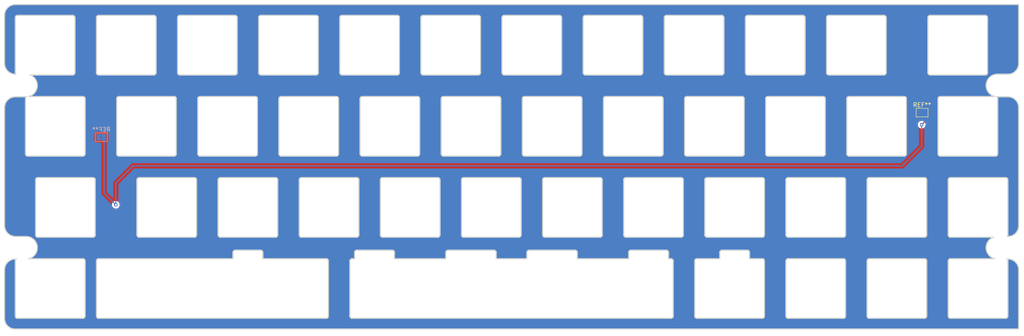
<source format=kicad_pcb>
(kicad_pcb (version 20241229) (generator "pcbnew") (generator_version "9.0")
  (layers (0 "F.Cu" signal) (2 "B.Cu" signal) (13 "F.Paste" user) (15 "B.Paste" user) (5 "F.SilkS" user "F.Silkscreen") (7 "B.SilkS" user "B.Silkscreen") (1 "F.Mask" user) (3 "B.Mask" user) (25 "Edge.Cuts" user))
  (net 0 "")
  (footprint "Jumper:SolderJumper-2_P1.3mm_Bridged2Bar_Pad1.0x1.5mm" (layer "F.Cu") (at 239.725 87.7)
    (property "Reference" "REF**" (at 0 -1.8 0) (layer "F.SilkS"))
    (property "Value" "SolderJumper-2_P1.3mm_Bridged2Bar_Pad1.0x1.5mm")
    (fp_poly (pts (xy -0.25 -0.6) (xy 0.25 -0.6) (xy 0.25 -0.2) (xy -0.25 -0.2)) (fill yes) (layer "F.Cu"))
    (fp_poly (pts (xy -0.25 0.2) (xy 0.25 0.2) (xy 0.25 0.6) (xy -0.25 0.6)) (fill yes) (layer "F.Cu"))
    (fp_line (start -1.4 -1) (end 1.4 -1) (stroke (width 0.12)) (layer "F.SilkS"))
    (fp_line (start -1.4 1) (end -1.4 -1) (stroke (width 0.12)) (layer "F.SilkS"))
    (fp_line (start 1.4 -1) (end 1.4 1) (stroke (width 0.12)) (layer "F.SilkS"))
    (fp_line (start 1.4 1) (end -1.4 1) (stroke (width 0.12)) (layer "F.SilkS"))
    (pad "1" smd rect (at -0.65 0) (size 1 1.5) (layers "F.Cu" "F.Mask"))
    (pad "2" smd rect (at 0.65 0) (size 1 1.5) (layers "F.Cu" "F.Mask"))
  )
  (footprint "Jumper:SolderJumper-2_P1.3mm_Bridged2Bar_Pad1.0x1.5mm" (layer "B.Cu") (at 47 93.475 180)
    (property "Reference" "REF**" (at 0 1.8 0) (layer "B.SilkS") (effects (justify mirror)))
    (property "Value" "SolderJumper-2_P1.3mm_Bridged2Bar_Pad1.0x1.5mm")
    (fp_poly (pts (xy -0.25 0.6) (xy 0.25 0.6) (xy 0.25 0.2) (xy -0.25 0.2)) (fill yes) (layer "B.Cu"))
    (fp_poly (pts (xy -0.25 -0.2) (xy 0.25 -0.2) (xy 0.25 -0.6) (xy -0.25 -0.6)) (fill yes) (layer "B.Cu"))
    (fp_line (start 1.4 1) (end 1.4 -1) (stroke (width 0.12)) (layer "B.SilkS"))
    (fp_line (start 1.4 -1) (end -1.4 -1) (stroke (width 0.12)) (layer "B.SilkS"))
    (fp_line (start -1.4 1) (end 1.4 1) (stroke (width 0.12)) (layer "B.SilkS"))
    (fp_line (start -1.4 -1) (end -1.4 1) (stroke (width 0.12)) (layer "B.SilkS"))
    (pad "1" smd rect (at -0.65 0 180) (size 1 1.5) (layers "B.Cu" "B.Mask"))
    (pad "2" smd rect (at 0.65 0 180) (size 1 1.5) (layers "B.Cu" "B.Mask"))
  )
  (gr_arc (start 69.36875 116.45) (mid 69.222303 116.803553) (end 68.86875 116.95) (stroke (width 0.25)) (layer "Edge.Cuts"))
  (gr_arc (start 197.45625 83.9) (mid 197.809803 84.046447) (end 197.95625 84.4) (stroke (width 0.25)) (layer "Edge.Cuts"))
  (gr_line (start 26.79375 122.5) (end 26.79375 135.5) (stroke (width 0.25)) (layer "Edge.Cuts"))
  (gr_line (start 88.70625 84.4) (end 88.70625 97.4) (stroke (width 0.25)) (layer "Edge.Cuts"))
  (gr_line (start 241.60625 64.85) (end 254.60625 64.85) (stroke (width 0.25)) (layer "Edge.Cuts"))
  (gr_arc (start 221.768749 135.5) (mid 221.622303 135.853553) (end 221.26875 135.999999) (stroke (width 0.25)) (layer "Edge.Cuts"))
  (gr_line (start 192.21875 122) (end 192.21875 120.5) (stroke (width 0.25)) (layer "Edge.Cuts"))
  (gr_arc (start 165.40625 97.900001) (mid 165.052696 97.753554) (end 164.906249 97.4) (stroke (width 0.25)) (layer "Edge.Cuts"))
  (gr_arc (start 217.29375 65.35) (mid 217.440197 64.996447) (end 217.79375 64.85) (stroke (width 0.25)) (layer "Edge.Cuts"))
  (gr_arc (start 45.05625 102.95) (mid 45.409803 103.096447) (end 45.55625 103.45) (stroke (width 0.25)) (layer "Edge.Cuts"))
  (gr_arc (start 43.175 135.5) (mid 43.028553 135.853553) (end 42.675 136) (stroke (width 0.25)) (layer "Edge.Cuts"))
  (gr_line (start 181.2875 122.5) (end 181.2875 135.5) (stroke (width 0.25)) (layer "Edge.Cuts"))
  (gr_arc (start 40.293749 64.849999) (mid 40.647303 64.996446) (end 40.79375 65.35) (stroke (width 0.25)) (layer "Edge.Cuts"))
  (gr_line (start 203.50625 83.9) (end 216.50625 83.9) (stroke (width 0.25)) (layer "Edge.Cuts"))
  (gr_line (start 139.71925 122) (end 146.94325 122) (stroke (width 0.25)) (layer "Edge.Cuts"))
  (gr_line (start 186.8375 136) (end 202.21875 136) (stroke (width 0.25)) (layer "Edge.Cuts"))
  (gr_arc (start 64.60625 97.4) (mid 64.459803 97.753553) (end 64.10625 97.9) (stroke (width 0.25)) (layer "Edge.Cuts"))
  (gr_line (start 27.29375 136) (end 42.675 136) (stroke (width 0.25)) (layer "Edge.Cuts"))
  (gr_line (start 107.46875 103.45) (end 107.46875 116.45) (stroke (width 0.25)) (layer "Edge.Cuts"))
  (gr_line (start 113.01875 116.95) (end 126.01875 116.95) (stroke (width 0.25)) (layer "Edge.Cuts"))
  (gr_arc (start 32.05625 116.95) (mid 31.702697 116.803553) (end 31.55625 116.45) (stroke (width 0.25)) (layer "Edge.Cuts"))
  (gr_arc (start 216.50625 83.9) (mid 216.859803 84.046447) (end 217.00625 84.4) (stroke (width 0.25)) (layer "Edge.Cuts"))
  (gr_line (start 146.94325 122) (end 146.94325 120.5) (stroke (width 0.25)) (layer "Edge.Cuts"))
  (gr_line (start 202.71875 122.5) (end 202.71875 135.5) (stroke (width 0.25)) (layer "Edge.Cuts"))
  (gr_arc (start 226.81875 103.45) (mid 226.965197 103.096447) (end 227.31875 102.95) (stroke (width 0.25)) (layer "Edge.Cuts"))
  (gr_line (start 32.05625 102.95) (end 45.05625 102.95) (stroke (width 0.25)) (layer "Edge.Cuts"))
  (gr_line (start 29.675 97.9) (end 42.675 97.9) (stroke (width 0.25)) (layer "Edge.Cuts"))
  (gr_arc (start 212.24375 78.349999) (mid 212.097303 78.703552) (end 211.74375 78.849999) (stroke (width 0.25)) (layer "Edge.Cuts"))
  (gr_arc (start 65.39375 78.849999) (mid 65.040197 78.703552) (end 64.89375 78.349999) (stroke (width 0.25)) (layer "Edge.Cuts"))
  (gr_line (start 26.81875 116.775) (end 29.31875 116.775) (stroke (width 0.25)) (layer "Edge.Cuts"))
  (gr_line (start 145.85625 84.4) (end 145.85625 97.4) (stroke (width 0.25)) (layer "Edge.Cuts"))
  (gr_line (start 158.269249 120) (end 147.44325 120) (stroke (width 0.25)) (layer "Edge.Cuts"))
  (gr_arc (start 30.265785 78.85) (mid 31.963411 81.493125) (end 29.944749 83.9) (stroke (width 0.25)) (layer "Edge.Cuts"))
  (gr_line (start 46.34375 122) (end 77.91875 122) (stroke (width 0.25)) (layer "Edge.Cuts"))
  (gr_line (start 136.04375 65.35) (end 136.04375 78.349999) (stroke (width 0.25)) (layer "Edge.Cuts"))
  (gr_line (start 217.79375 64.85) (end 230.79375 64.85) (stroke (width 0.25)) (layer "Edge.Cuts"))
  (gr_line (start 259.91875 122.075) (end 259.632141 122.075) (stroke (width 0.25)) (layer "Edge.Cuts"))
  (gr_arc (start 183.668749 116.45) (mid 183.522303 116.803553) (end 183.16875 116.949999) (stroke (width 0.25)) (layer "Edge.Cuts"))
  (gr_line (start 27.29375 64.85) (end 40.293749 64.85) (stroke (width 0.25)) (layer "Edge.Cuts"))
  (gr_arc (start 29.31875 116.775001) (mid 31.949932 119.109762) (end 29.944749 121.999999) (stroke (width 0.25)) (layer "Edge.Cuts"))
  (gr_line (start 227.31875 116.95) (end 240.31875 116.95) (stroke (width 0.25)) (layer "Edge.Cuts"))
  (gr_arc (start 222.056249 84.4) (mid 222.202696 84.046446) (end 222.55625 83.899999) (stroke (width 0.25)) (layer "Edge.Cuts"))
  (gr_line (start 179.69375 64.85) (end 192.69375 64.85) (stroke (width 0.25)) (layer "Edge.Cuts"))
  (gr_line (start 26.81875 83.975) (end 29.31875 83.975) (stroke (width 0.25)) (layer "Edge.Cuts"))
  (gr_arc (start 83.15625 83.9) (mid 83.509803 84.046447) (end 83.65625 84.4) (stroke (width 0.25)) (layer "Edge.Cuts"))
  (gr_arc (start 112.51875 103.45) (mid 112.665197 103.096447) (end 113.01875 102.95) (stroke (width 0.25)) (layer "Edge.Cuts"))
  (gr_arc (start 26.81875 78.675) (mid 25.015628 77.928122) (end 24.26875 76.125) (stroke (width 0.25)) (layer "Edge.Cuts"))
  (gr_line (start 179.19375 65.35) (end 179.19375 78.349999) (stroke (width 0.25)) (layer "Edge.Cuts"))
  (gr_line (start 207.76875 103.45) (end 207.76875 116.45) (stroke (width 0.25)) (layer "Edge.Cuts"))
  (gr_line (start 46.34375 64.85) (end 59.34375 64.85) (stroke (width 0.25)) (layer "Edge.Cuts"))
  (gr_line (start 70.15625 97.9) (end 83.15625 97.9) (stroke (width 0.25)) (layer "Edge.Cuts"))
  (gr_arc (start 88.706249 84.4) (mid 88.852696 84.046446) (end 89.20625 83.899999) (stroke (width 0.25)) (layer "Edge.Cuts"))
  (gr_arc (start 88.41875 116.45) (mid 88.272303 116.803553) (end 87.91875 116.95) (stroke (width 0.25)) (layer "Edge.Cuts"))
  (gr_line (start 140.80625 84.4) (end 140.80625 97.4) (stroke (width 0.25)) (layer "Edge.Cuts"))
  (gr_arc (start 141.59375 78.85) (mid 141.240196 78.703553) (end 141.093749 78.349999) (stroke (width 0.25)) (layer "Edge.Cuts"))
  (gr_line (start 93.96875 102.95) (end 106.96875 102.95) (stroke (width 0.25)) (layer "Edge.Cuts"))
  (gr_arc (start 240.818749 116.45) (mid 240.672303 116.803553) (end 240.31875 116.949999) (stroke (width 0.25)) (layer "Edge.Cuts"))
  (gr_arc (start 240.31875 122.000001) (mid 240.672303 122.146447) (end 240.818749 122.5) (stroke (width 0.25)) (layer "Edge.Cuts"))
  (gr_arc (start 208.26875 136) (mid 207.915197 135.853553) (end 207.76875 135.5) (stroke (width 0.25)) (layer "Edge.Cuts"))
  (gr_line (start 217.29375 65.35) (end 217.29375 78.349999) (stroke (width 0.25)) (layer "Edge.Cuts"))
  (gr_arc (start 169.66875 103.45) (mid 169.815197 103.096447) (end 170.16875 102.95) (stroke (width 0.25)) (layer "Edge.Cuts"))
  (gr_arc (start 227.31875 136.000001) (mid 226.965196 135.853554) (end 226.818749 135.5) (stroke (width 0.25)) (layer "Edge.Cuts"))
  (gr_arc (start 42.675 122) (mid 43.028553 122.146447) (end 43.175 122.5) (stroke (width 0.25)) (layer "Edge.Cuts"))
  (gr_arc (start 257.4875 97.4) (mid 257.341053 97.753553) (end 256.9875 97.9) (stroke (width 0.25)) (layer "Edge.Cuts"))
  (gr_arc (start 136.043751 78.349999) (mid 135.897304 78.703553) (end 135.54375 78.85) (stroke (width 0.25)) (layer "Edge.Cuts"))
  (gr_arc (start 84.41875 120) (mid 84.772303 120.146447) (end 84.91875 120.5) (stroke (width 0.25)) (layer "Edge.Cuts"))
  (gr_line (start 55.86875 116.95) (end 68.86875 116.95) (stroke (width 0.25)) (layer "Edge.Cuts"))
  (gr_line (start 40.793749 65.35) (end 40.793749 78.349999) (stroke (width 0.25)) (layer "Edge.Cuts"))
  (gr_line (start 222.55625 83.9) (end 235.55625 83.9) (stroke (width 0.25)) (layer "Edge.Cuts"))
  (gr_arc (start 202.718749 116.45) (mid 202.572303 116.803553) (end 202.21875 116.949999) (stroke (width 0.25)) (layer "Edge.Cuts"))
  (gr_line (start 145.56875 103.45) (end 145.56875 116.45) (stroke (width 0.25)) (layer "Edge.Cuts"))
  (gr_line (start 45.84375 122.5) (end 45.84375 135.5) (stroke (width 0.25)) (layer "Edge.Cuts"))
  (gr_line (start 217.00625 84.4) (end 217.00625 97.4) (stroke (width 0.25)) (layer "Edge.Cuts"))
  (gr_arc (start 160.14375 65.35) (mid 160.290197 64.996447) (end 160.64375 64.85) (stroke (width 0.25)) (layer "Edge.Cuts"))
  (gr_arc (start 179.19375 65.35) (mid 179.340197 64.996447) (end 179.69375 64.85) (stroke (width 0.25)) (layer "Edge.Cuts"))
  (gr_line (start 121.75625 84.4) (end 121.75625 97.4) (stroke (width 0.25)) (layer "Edge.Cuts"))
  (gr_line (start 199.21875 122) (end 202.21875 122) (stroke (width 0.25)) (layer "Edge.Cuts"))
  (gr_arc (start 113.01875 116.95) (mid 112.665197 116.803553) (end 112.51875 116.45) (stroke (width 0.25)) (layer "Edge.Cuts"))
  (gr_line (start 88.41875 103.45) (end 88.41875 116.45) (stroke (width 0.25)) (layer "Edge.Cuts"))
  (gr_arc (start 235.55625 83.9) (mid 235.909803 84.046447) (end 236.05625 84.4) (stroke (width 0.25)) (layer "Edge.Cuts"))
  (gr_arc (start 102.20625 83.9) (mid 102.559803 84.046447) (end 102.70625 84.4) (stroke (width 0.25)) (layer "Edge.Cuts"))
  (gr_arc (start 240.818749 135.5) (mid 240.672303 135.853553) (end 240.31875 135.999999) (stroke (width 0.25)) (layer "Edge.Cuts"))
  (gr_line (start 158.76925 122) (end 170.81925 122) (stroke (width 0.25)) (layer "Edge.Cuts"))
  (gr_arc (start 203.50625 97.900001) (mid 203.152696 97.753554) (end 203.006249 97.4) (stroke (width 0.25)) (layer "Edge.Cuts"))
  (gr_line (start 146.35625 83.9) (end 159.35625 83.9) (stroke (width 0.25)) (layer "Edge.Cuts"))
  (gr_arc (start 259.91875 83.975) (mid 261.615813 84.646582) (end 262.39375 86.297599) (stroke (width 0.25)) (layer "Edge.Cuts"))
  (gr_line (start 77.91875 122) (end 77.91875 120.5) (stroke (width 0.25)) (layer "Edge.Cuts"))
  (gr_line (start 243.9875 83.9) (end 256.79275 83.9) (stroke (width 0.25)) (layer "Edge.Cuts"))
  (gr_arc (start 74.41875 103.45) (mid 74.565197 103.096447) (end 74.91875 102.95) (stroke (width 0.25)) (layer "Edge.Cuts"))
  (gr_line (start 29.944749 122) (end 42.675 122) (stroke (width 0.25)) (layer "Edge.Cuts"))
  (gr_line (start 170.81925 122) (end 170.81925 120.5) (stroke (width 0.25)) (layer "Edge.Cuts"))
  (gr_arc (start 145.856249 84.4) (mid 146.002696 84.046446) (end 146.35625 83.899999) (stroke (width 0.25)) (layer "Edge.Cuts"))
  (gr_line (start 83.65625 84.4) (end 83.65625 97.4) (stroke (width 0.25)) (layer "Edge.Cuts"))
  (gr_line (start 188.71875 103.45) (end 188.71875 116.45) (stroke (width 0.25)) (layer "Edge.Cuts"))
  (gr_arc (start 29.675 97.900001) (mid 29.321446 97.753554) (end 29.174999 97.4) (stroke (width 0.25)) (layer "Edge.Cuts"))
  (gr_arc (start 164.618749 116.45) (mid 164.472303 116.803553) (end 164.11875 116.949999) (stroke (width 0.25)) (layer "Edge.Cuts"))
  (gr_arc (start 29.414416 83.973272) (mid 29.366591 83.974567) (end 29.31875 83.974999) (stroke (width 0.25)) (layer "Edge.Cuts"))
  (gr_arc (start 236.05625 97.4) (mid 235.909803 97.753553) (end 235.55625 97.9) (stroke (width 0.25)) (layer "Edge.Cuts"))
  (gr_arc (start 202.21875 102.950001) (mid 202.572303 103.096447) (end 202.718749 103.45) (stroke (width 0.25)) (layer "Edge.Cuts"))
  (gr_line (start 64.60625 84.4) (end 64.60625 97.4) (stroke (width 0.25)) (layer "Edge.Cuts"))
  (gr_arc (start 158.269249 120) (mid 158.622802 120.146447) (end 158.769249 120.5) (stroke (width 0.25)) (layer "Edge.Cuts"))
  (gr_line (start 132.06875 116.95) (end 145.06875 116.95) (stroke (width 0.25)) (layer "Edge.Cuts"))
  (gr_arc (start 186.8375 136.000001) (mid 186.483946 135.853554) (end 186.337499 135.5) (stroke (width 0.25)) (layer "Edge.Cuts"))
  (gr_line (start 179.7005 120) (end 171.31925 120) (stroke (width 0.25)) (layer "Edge.Cuts"))
  (gr_line (start 26.81875 122.075) (end 27.030358 122.075) (stroke (width 0.25)) (layer "Edge.Cuts"))
  (gr_line (start 180.2005 122) (end 180.2005 120.5) (stroke (width 0.25)) (layer "Edge.Cuts"))
  (gr_line (start 199.21875 122) (end 199.21875 120.5) (stroke (width 0.25)) (layer "Edge.Cuts"))
  (gr_arc (start 45.55625 116.45) (mid 45.409803 116.803553) (end 45.05625 116.95) (stroke (width 0.25)) (layer "Edge.Cuts"))
  (gr_arc (start 100.325 135.5) (mid 100.178553 135.853553) (end 99.825 136) (stroke (width 0.25)) (layer "Edge.Cuts"))
  (gr_arc (start 181.2875 135.5) (mid 181.141053 135.853553) (end 180.7875 136) (stroke (width 0.25)) (layer "Edge.Cuts"))
  (gr_arc (start 259.91875 122.075) (mid 261.615813 122.746582) (end 262.39375 124.397599) (stroke (width 0.25)) (layer "Edge.Cuts"))
  (gr_arc (start 26.913782 78.675) (mid 26.824716 78.523228) (end 26.793749 78.349999) (stroke (width 0.25)) (layer "Edge.Cuts"))
  (gr_arc (start 59.843751 78.349999) (mid 59.697304 78.703553) (end 59.34375 78.85) (stroke (width 0.25)) (layer "Edge.Cuts"))
  (gr_line (start 113.01875 102.95) (end 126.01875 102.95) (stroke (width 0.25)) (layer "Edge.Cuts"))
  (gr_arc (start 178.90625 97.4) (mid 178.759803 97.753553) (end 178.40625 97.9) (stroke (width 0.25)) (layer "Edge.Cuts"))
  (gr_line (start 45.84375 65.35) (end 45.84375 78.349999) (stroke (width 0.25)) (layer "Edge.Cuts"))
  (gr_arc (start 122.54375 78.85) (mid 122.190196 78.703553) (end 122.043749 78.349999) (stroke (width 0.25)) (layer "Edge.Cuts"))
  (gr_arc (start 259.36875 102.950001) (mid 259.722303 103.096447) (end 259.868749 103.45) (stroke (width 0.25)) (layer "Edge.Cuts"))
  (gr_line (start 112.51875 103.45) (end 112.51875 116.45) (stroke (width 0.25)) (layer "Edge.Cuts"))
  (gr_line (start 69.36875 103.45) (end 69.36875 116.45) (stroke (width 0.25)) (layer "Edge.Cuts"))
  (gr_arc (start 180.7875 122) (mid 181.141053 122.146447) (end 181.2875 122.5) (stroke (width 0.25)) (layer "Edge.Cuts"))
  (gr_arc (start 116.993751 78.349999) (mid 116.847304 78.703553) (end 116.49375 78.85) (stroke (width 0.25)) (layer "Edge.Cuts"))
  (gr_line (start 74.91875 102.95) (end 87.91875 102.95) (stroke (width 0.25)) (layer "Edge.Cuts"))
  (gr_line (start 46.34375 136) (end 99.825 136) (stroke (width 0.25)) (layer "Edge.Cuts"))
  (gr_line (start 127.30625 83.9) (end 140.30625 83.9) (stroke (width 0.25)) (layer "Edge.Cuts"))
  (gr_arc (start 126.806249 84.4) (mid 126.952696 84.046446) (end 127.30625 83.899999) (stroke (width 0.25)) (layer "Edge.Cuts"))
  (gr_arc (start 183.16875 102.95) (mid 183.522303 103.096447) (end 183.66875 103.45) (stroke (width 0.25)) (layer "Edge.Cuts"))
  (gr_line (start 141.09375 65.35) (end 141.09375 78.349999) (stroke (width 0.25)) (layer "Edge.Cuts"))
  (gr_arc (start 64.10625 83.9) (mid 64.459803 84.046447) (end 64.60625 84.4) (stroke (width 0.25)) (layer "Edge.Cuts"))
  (gr_line (start 51.10625 83.9) (end 64.10625 83.9) (stroke (width 0.25)) (layer "Edge.Cuts"))
  (gr_arc (start 93.46875 103.45) (mid 93.615197 103.096447) (end 93.96875 102.95) (stroke (width 0.25)) (layer "Edge.Cuts"))
  (gr_line (start 105.375 122.5) (end 105.375 135.5) (stroke (width 0.25)) (layer "Edge.Cuts"))
  (gr_arc (start 189.21875 116.95) (mid 188.865197 116.803553) (end 188.71875 116.45) (stroke (width 0.25)) (layer "Edge.Cuts"))
  (gr_arc (start 27.29375 136.000001) (mid 26.940196 135.853554) (end 26.793749 135.5) (stroke (width 0.25)) (layer "Edge.Cuts"))
  (gr_arc (start 102.70625 97.4) (mid 102.559803 97.753553) (end 102.20625 97.9) (stroke (width 0.25)) (layer "Edge.Cuts"))
  (gr_line (start 158.76925 122) (end 158.76925 120.5) (stroke (width 0.25)) (layer "Edge.Cuts"))
  (gr_line (start 51.10625 97.9) (end 64.10625 97.9) (stroke (width 0.25)) (layer "Edge.Cuts"))
  (gr_line (start 227.31875 122) (end 240.31875 122) (stroke (width 0.25)) (layer "Edge.Cuts"))
  (gr_line (start 151.11875 102.95) (end 164.11875 102.95) (stroke (width 0.25)) (layer "Edge.Cuts"))
  (gr_line (start 155.093749 65.35) (end 155.093749 78.349999) (stroke (width 0.25)) (layer "Edge.Cuts"))
  (gr_arc (start 202.718749 135.5) (mid 202.572303 135.853553) (end 202.21875 135.999999) (stroke (width 0.25)) (layer "Edge.Cuts"))
  (gr_arc (start 243.9875 97.9) (mid 243.633947 97.753553) (end 243.4875 97.4) (stroke (width 0.25)) (layer "Edge.Cuts"))
  (gr_line (start 89.20625 83.9) (end 102.20625 83.9) (stroke (width 0.25)) (layer "Edge.Cuts"))
  (gr_arc (start 256.792751 83.900001) (mid 254.787566 81.009762) (end 257.41875 78.674999) (stroke (width 0.25)) (layer "Edge.Cuts"))
  (gr_arc (start 160.64375 78.849999) (mid 160.290197 78.703552) (end 160.14375 78.349999) (stroke (width 0.25)) (layer "Edge.Cuts"))
  (gr_line (start 74.91875 116.95) (end 87.91875 116.95) (stroke (width 0.25)) (layer "Edge.Cuts"))
  (gr_arc (start 46.34375 136.000001) (mid 45.990196 135.853554) (end 45.843749 135.5) (stroke (width 0.25)) (layer "Edge.Cuts"))
  (gr_line (start 202.71875 103.45) (end 202.71875 116.45) (stroke (width 0.25)) (layer "Edge.Cuts"))
  (gr_arc (start 262.393749 76.352401) (mid 261.615812 78.003418) (end 259.91875 78.674999) (stroke (width 0.25)) (layer "Edge.Cuts"))
  (gr_arc (start 106.461999 120.5) (mid 106.608446 120.146446) (end 106.962 119.999999) (stroke (width 0.25)) (layer "Edge.Cuts"))
  (gr_line (start 160.64375 78.849999) (end 173.64375 78.849999) (stroke (width 0.25)) (layer "Edge.Cuts"))
  (gr_arc (start 183.956249 84.4) (mid 184.102696 84.046446) (end 184.45625 83.899999) (stroke (width 0.25)) (layer "Edge.Cuts"))
  (gr_line (start 29.944749 83.9) (end 42.675 83.9) (stroke (width 0.25)) (layer "Edge.Cuts"))
  (gr_arc (start 24.268749 124.625) (mid 25.015627 122.821877) (end 26.81875 122.074999) (stroke (width 0.25)) (layer "Edge.Cuts"))
  (gr_arc (start 154.593749 64.85) (mid 154.947302 64.996447) (end 155.093749 65.35) (stroke (width 0.25)) (layer "Edge.Cuts"))
  (gr_arc (start 179.7005 120.000001) (mid 180.054053 120.146447) (end 180.200499 120.5) (stroke (width 0.25)) (layer "Edge.Cuts"))
  (gr_arc (start 50.606249 84.4) (mid 50.752696 84.046446) (end 51.10625 83.899999) (stroke (width 0.25)) (layer "Edge.Cuts"))
  (gr_arc (start 139.21925 120) (mid 139.572803 120.146447) (end 139.71925 120.5) (stroke (width 0.25)) (layer "Edge.Cuts"))
  (gr_line (start 243.4875 84.4) (end 243.4875 97.4) (stroke (width 0.25)) (layer "Edge.Cuts"))
  (gr_line (start 240.81875 122.5) (end 240.81875 135.5) (stroke (width 0.25)) (layer "Edge.Cuts"))
  (gr_line (start 151.11875 116.95) (end 164.11875 116.95) (stroke (width 0.25)) (layer "Edge.Cuts"))
  (gr_line (start 45.55625 103.45) (end 45.55625 116.45) (stroke (width 0.25)) (layer "Edge.Cuts"))
  (gr_line (start 186.8375 122) (end 192.21875 122) (stroke (width 0.25)) (layer "Edge.Cuts"))
  (gr_arc (start 240.31875 102.950001) (mid 240.672303 103.096447) (end 240.818749 103.45) (stroke (width 0.25)) (layer "Edge.Cuts"))
  (gr_line (start 183.95625 84.4) (end 183.95625 97.4) (stroke (width 0.25)) (layer "Edge.Cuts"))
  (gr_arc (start 140.80625 97.4) (mid 140.659803 97.753553) (end 140.30625 97.9) (stroke (width 0.25)) (layer "Edge.Cuts"))
  (gr_line (start 160.64375 64.85) (end 173.64375 64.85) (stroke (width 0.25)) (layer "Edge.Cuts"))
  (gr_arc (start 64.89375 65.35) (mid 65.040197 64.996447) (end 65.39375 64.85) (stroke (width 0.25)) (layer "Edge.Cuts"))
  (gr_line (start 93.96875 116.95) (end 106.96875 116.95) (stroke (width 0.25)) (layer "Edge.Cuts"))
  (gr_line (start 189.21875 116.95) (end 202.21875 116.95) (stroke (width 0.25)) (layer "Edge.Cuts"))
  (gr_line (start 174.14375 65.35) (end 174.14375 78.349999) (stroke (width 0.25)) (layer "Edge.Cuts"))
  (gr_arc (start 126.01875 102.95) (mid 126.372303 103.096447) (end 126.51875 103.45) (stroke (width 0.25)) (layer "Edge.Cuts"))
  (gr_line (start 24.26875 124.625) (end 24.26875 136.025) (stroke (width 0.25)) (layer "Edge.Cuts"))
  (gr_line (start 122.54375 64.85) (end 135.54375 64.85) (stroke (width 0.25)) (layer "Edge.Cuts"))
  (gr_arc (start 97.44375 64.85) (mid 97.797303 64.996447) (end 97.94375 65.35) (stroke (width 0.25)) (layer "Edge.Cuts"))
  (gr_line (start 164.61875 103.45) (end 164.61875 116.45) (stroke (width 0.25)) (layer "Edge.Cuts"))
  (gr_arc (start 245.868749 103.45) (mid 246.015196 103.096446) (end 246.36875 102.949999) (stroke (width 0.25)) (layer "Edge.Cuts"))
  (gr_arc (start 97.943751 78.349999) (mid 97.797304 78.703553) (end 97.44375 78.85) (stroke (width 0.25)) (layer "Edge.Cuts"))
  (gr_arc (start 230.79375 64.85) (mid 231.147303 64.996447) (end 231.29375 65.35) (stroke (width 0.25)) (layer "Edge.Cuts"))
  (gr_arc (start 127.89325 120.5) (mid 128.039697 120.146447) (end 128.39325 120) (stroke (width 0.25)) (layer "Edge.Cuts"))
  (gr_line (start 203.50625 97.9) (end 216.50625 97.9) (stroke (width 0.25)) (layer "Edge.Cuts"))
  (gr_line (start 55.36875 103.45) (end 55.36875 116.45) (stroke (width 0.25)) (layer "Edge.Cuts"))
  (gr_line (start 100.325 122.5) (end 100.325 135.5) (stroke (width 0.25)) (layer "Edge.Cuts"))
  (gr_arc (start 217.00625 97.4) (mid 216.859803 97.753553) (end 216.50625 97.9) (stroke (width 0.25)) (layer "Edge.Cuts"))
  (gr_arc (start 146.943249 120.5) (mid 147.089696 120.146446) (end 147.44325 119.999999) (stroke (width 0.25)) (layer "Edge.Cuts"))
  (gr_arc (start 150.618749 103.45) (mid 150.765196 103.096446) (end 151.11875 102.949999) (stroke (width 0.25)) (layer "Edge.Cuts"))
  (gr_arc (start 121.25625 83.9) (mid 121.609803 84.046447) (end 121.75625 84.4) (stroke (width 0.25)) (layer "Edge.Cuts"))
  (gr_arc (start 146.35625 97.900001) (mid 146.002696 97.753554) (end 145.856249 97.4) (stroke (width 0.25)) (layer "Edge.Cuts"))
  (gr_arc (start 241.106249 65.35) (mid 241.252696 64.996446) (end 241.60625 64.849999) (stroke (width 0.25)) (layer "Edge.Cuts"))
  (gr_line (start 70.15625 83.9) (end 83.15625 83.9) (stroke (width 0.25)) (layer "Edge.Cuts"))
  (gr_arc (start 135.54375 64.85) (mid 135.897303 64.996447) (end 136.04375 65.35) (stroke (width 0.25)) (layer "Edge.Cuts"))
  (gr_line (start 107.75625 84.4) (end 107.75625 97.4) (stroke (width 0.25)) (layer "Edge.Cuts"))
  (gr_line (start 97.94375 65.35) (end 97.94375 78.349999) (stroke (width 0.25)) (layer "Edge.Cuts"))
  (gr_line (start 203.00625 84.4) (end 203.00625 97.4) (stroke (width 0.25)) (layer "Edge.Cuts"))
  (gr_line (start 245.86875 122.5) (end 245.86875 135.5) (stroke (width 0.25)) (layer "Edge.Cuts"))
  (gr_line (start 240.81875 103.45) (end 240.81875 116.45) (stroke (width 0.25)) (layer "Edge.Cuts"))
  (gr_arc (start 106.96875 102.95) (mid 107.322303 103.096447) (end 107.46875 103.45) (stroke (width 0.25)) (layer "Edge.Cuts"))
  (gr_arc (start 26.793749 65.35) (mid 26.940196 64.996446) (end 27.29375 64.849999) (stroke (width 0.25)) (layer "Edge.Cuts"))
  (gr_line (start 116.99375 65.35) (end 116.99375 78.349999) (stroke (width 0.25)) (layer "Edge.Cuts"))
  (gr_arc (start 26.76875 138.525) (mid 25.000983 137.792767) (end 24.26875 136.025) (stroke (width 0.25)) (layer "Edge.Cuts"))
  (gr_line (start 115.34325 120) (end 106.962 120) (stroke (width 0.25)) (layer "Edge.Cuts"))
  (gr_line (start 83.94375 65.35) (end 83.94375 78.349999) (stroke (width 0.25)) (layer "Edge.Cuts"))
  (gr_arc (start 246.36875 116.950001) (mid 246.015196 116.803554) (end 245.868749 116.45) (stroke (width 0.25)) (layer "Edge.Cuts"))
  (gr_line (start 198.24375 65.35) (end 198.24375 78.349999) (stroke (width 0.25)) (layer "Edge.Cuts"))
  (gr_line (start 127.89325 122) (end 127.89325 120.5) (stroke (width 0.25)) (layer "Edge.Cuts"))
  (gr_line (start 231.29375 65.35) (end 231.29375 78.349999) (stroke (width 0.25)) (layer "Edge.Cuts"))
  (gr_arc (start 202.21875 122.000001) (mid 202.572303 122.146447) (end 202.718749 122.5) (stroke (width 0.25)) (layer "Edge.Cuts"))
  (gr_line (start 262.39375 62.325) (end 262.39375 76.3524) (stroke (width 0.25)) (layer "Edge.Cuts"))
  (gr_line (start 84.41875 120) (end 78.41875 120) (stroke (width 0.25)) (layer "Edge.Cuts"))
  (gr_arc (start 231.29375 78.349999) (mid 231.147303 78.703552) (end 230.79375 78.849999) (stroke (width 0.25)) (layer "Edge.Cuts"))
  (gr_line (start 126.80625 84.4) (end 126.80625 97.4) (stroke (width 0.25)) (layer "Edge.Cuts"))
  (gr_line (start 222.55625 97.9) (end 235.55625 97.9) (stroke (width 0.25)) (layer "Edge.Cuts"))
  (gr_arc (start 132.06875 116.95) (mid 131.715197 116.803553) (end 131.56875 116.45) (stroke (width 0.25)) (layer "Edge.Cuts"))
  (gr_line (start 146.35625 97.9) (end 159.35625 97.9) (stroke (width 0.25)) (layer "Edge.Cuts"))
  (gr_arc (start 83.65625 97.4) (mid 83.509803 97.753553) (end 83.15625 97.9) (stroke (width 0.25)) (layer "Edge.Cuts"))
  (gr_arc (start 45.843749 122.5) (mid 45.990196 122.146446) (end 46.34375 121.999999) (stroke (width 0.25)) (layer "Edge.Cuts"))
  (gr_line (start 259.91875 78.675) (end 257.41875 78.675) (stroke (width 0.25)) (layer "Edge.Cuts"))
  (gr_line (start 26.81875 78.675) (end 26.913782 78.675) (stroke (width 0.25)) (layer "Edge.Cuts"))
  (gr_line (start 65.39375 64.85) (end 78.39375 64.85) (stroke (width 0.25)) (layer "Edge.Cuts"))
  (gr_line (start 246.36875 116.95) (end 256.471715 116.95) (stroke (width 0.25)) (layer "Edge.Cuts"))
  (gr_line (start 132.06875 102.95) (end 145.06875 102.95) (stroke (width 0.25)) (layer "Edge.Cuts"))
  (gr_line (start 245.86875 103.45) (end 245.86875 116.45) (stroke (width 0.25)) (layer "Edge.Cuts"))
  (gr_arc (start 198.71875 120.000001) (mid 199.072303 120.146447) (end 199.218749 120.5) (stroke (width 0.25)) (layer "Edge.Cuts"))
  (gr_line (start 246.36875 122) (end 256.79275 122) (stroke (width 0.25)) (layer "Edge.Cuts"))
  (gr_arc (start 115.34325 120) (mid 115.696803 120.146447) (end 115.84325 120.5) (stroke (width 0.25)) (layer "Edge.Cuts"))
  (gr_arc (start 108.25625 97.900001) (mid 107.902696 97.753554) (end 107.756249 97.4) (stroke (width 0.25)) (layer "Edge.Cuts"))
  (gr_line (start 178.90625 84.4) (end 178.90625 97.4) (stroke (width 0.25)) (layer "Edge.Cuts"))
  (gr_line (start 262.39375 86.297599) (end 262.39375 114.4524) (stroke (width 0.25)) (layer "Edge.Cuts"))
  (gr_arc (start 43.175 97.4) (mid 43.028553 97.753553) (end 42.675 97.9) (stroke (width 0.25)) (layer "Edge.Cuts"))
  (gr_arc (start 198.74375 78.849999) (mid 198.390197 78.703552) (end 198.24375 78.349999) (stroke (width 0.25)) (layer "Edge.Cuts"))
  (gr_arc (start 42.675 83.9) (mid 43.028553 84.046447) (end 43.175 84.4) (stroke (width 0.25)) (layer "Edge.Cuts"))
  (gr_arc (start 55.86875 116.950001) (mid 55.515196 116.803554) (end 55.368749 116.45) (stroke (width 0.25)) (layer "Edge.Cuts"))
  (gr_line (start 108.25625 97.9) (end 121.25625 97.9) (stroke (width 0.25)) (layer "Edge.Cuts"))
  (gr_line (start 186.3375 122.5) (end 186.3375 135.5) (stroke (width 0.25)) (layer "Edge.Cuts"))
  (gr_line (start 208.26875 116.95) (end 221.26875 116.95) (stroke (width 0.25)) (layer "Edge.Cuts"))
  (gr_line (start 30.265784 78.849999) (end 40.293749 78.849999) (stroke (width 0.25)) (layer "Edge.Cuts"))
  (gr_arc (start 197.95625 97.4) (mid 197.809803 97.753553) (end 197.45625 97.9) (stroke (width 0.25)) (layer "Edge.Cuts"))
  (gr_line (start 46.34375 78.849999) (end 59.34375 78.849999) (stroke (width 0.25)) (layer "Edge.Cuts"))
  (gr_line (start 105.875 136) (end 180.7875 136) (stroke (width 0.25)) (layer "Edge.Cuts"))
  (gr_line (start 197.95625 84.4) (end 197.95625 97.4) (stroke (width 0.25)) (layer "Edge.Cuts"))
  (gr_arc (start 259.868749 135.5) (mid 259.722303 135.853553) (end 259.36875 135.999999) (stroke (width 0.25)) (layer "Edge.Cuts"))
  (gr_line (start 122.54375 78.849999) (end 135.54375 78.849999) (stroke (width 0.25)) (layer "Edge.Cuts"))
  (gr_line (start 246.36875 136) (end 259.36875 136) (stroke (width 0.25)) (layer "Edge.Cuts"))
  (gr_line (start 141.59375 78.849999) (end 154.593749 78.849999) (stroke (width 0.25)) (layer "Edge.Cuts"))
  (gr_arc (start 24.26875 86.525) (mid 25.015628 84.721878) (end 26.81875 83.975) (stroke (width 0.25)) (layer "Edge.Cuts"))
  (gr_line (start 59.84375 65.35) (end 59.84375 78.349999) (stroke (width 0.25)) (layer "Edge.Cuts"))
  (gr_arc (start 78.89375 78.349999) (mid 78.747303 78.703552) (end 78.39375 78.849999) (stroke (width 0.25)) (layer "Edge.Cuts"))
  (gr_line (start 93.46875 103.45) (end 93.46875 116.45) (stroke (width 0.25)) (layer "Edge.Cuts"))
  (gr_line (start 43.175 84.4) (end 43.175 97.4) (stroke (width 0.25)) (layer "Edge.Cuts"))
  (gr_arc (start 188.71875 103.45) (mid 188.865197 103.096447) (end 189.21875 102.95) (stroke (width 0.25)) (layer "Edge.Cuts"))
  (gr_arc (start 70.15625 97.9) (mid 69.802697 97.753553) (end 69.65625 97.4) (stroke (width 0.25)) (layer "Edge.Cuts"))
  (gr_arc (start 122.043749 65.35) (mid 122.190196 64.996446) (end 122.54375 64.849999) (stroke (width 0.25)) (layer "Edge.Cuts"))
  (gr_line (start 31.55625 103.45) (end 31.55625 116.45) (stroke (width 0.25)) (layer "Edge.Cuts"))
  (gr_arc (start 257.418749 83.974999) (mid 257.329829 83.973507) (end 257.241009 83.969032) (stroke (width 0.25)) (layer "Edge.Cuts"))
  (gr_line (start 221.76875 103.45) (end 221.76875 116.45) (stroke (width 0.25)) (layer "Edge.Cuts"))
  (gr_arc (start 245.868749 122.5) (mid 246.015196 122.146446) (end 246.36875 121.999999) (stroke (width 0.25)) (layer "Edge.Cuts"))
  (gr_line (start 89.20625 97.9) (end 102.20625 97.9) (stroke (width 0.25)) (layer "Edge.Cuts"))
  (gr_arc (start 87.91875 102.950001) (mid 88.272303 103.096447) (end 88.418749 103.45) (stroke (width 0.25)) (layer "Edge.Cuts"))
  (gr_arc (start 46.34375 78.85) (mid 45.990196 78.703553) (end 45.843749 78.349999) (stroke (width 0.25)) (layer "Edge.Cuts"))
  (gr_line (start 170.16875 116.95) (end 183.16875 116.95) (stroke (width 0.25)) (layer "Edge.Cuts"))
  (gr_line (start 184.45625 83.9) (end 197.45625 83.9) (stroke (width 0.25)) (layer "Edge.Cuts"))
  (gr_arc (start 255.106251 78.349999) (mid 254.959804 78.703553) (end 254.60625 78.85) (stroke (width 0.25)) (layer "Edge.Cuts"))
  (gr_line (start 78.89375 65.35) (end 78.89375 78.349999) (stroke (width 0.25)) (layer "Edge.Cuts"))
  (gr_arc (start 40.79375 78.349999) (mid 40.647303 78.703553) (end 40.293749 78.85) (stroke (width 0.25)) (layer "Edge.Cuts"))
  (gr_arc (start 178.40625 83.9) (mid 178.759803 84.046447) (end 178.90625 84.4) (stroke (width 0.25)) (layer "Edge.Cuts"))
  (gr_line (start 26.79375 65.35) (end 26.79375 78.349999) (stroke (width 0.25)) (layer "Edge.Cuts"))
  (gr_arc (start 174.14375 78.349999) (mid 173.997303 78.703552) (end 173.64375 78.849999) (stroke (width 0.25)) (layer "Edge.Cuts"))
  (gr_line (start 108.25625 83.9) (end 121.25625 83.9) (stroke (width 0.25)) (layer "Edge.Cuts"))
  (gr_arc (start 227.31875 116.95) (mid 226.965197 116.803553) (end 226.81875 116.45) (stroke (width 0.25)) (layer "Edge.Cuts"))
  (gr_line (start 150.61875 103.45) (end 150.61875 116.45) (stroke (width 0.25)) (layer "Edge.Cuts"))
  (gr_arc (start 246.36875 136.000001) (mid 246.015196 135.853554) (end 245.868749 135.5) (stroke (width 0.25)) (layer "Edge.Cuts"))
  (gr_arc (start 116.49375 64.85) (mid 116.847303 64.996447) (end 116.99375 65.35) (stroke (width 0.25)) (layer "Edge.Cuts"))
  (gr_arc (start 207.76875 103.45) (mid 207.915197 103.096447) (end 208.26875 102.95) (stroke (width 0.25)) (layer "Edge.Cuts"))
  (gr_line (start 103.49375 64.85) (end 116.49375 64.85) (stroke (width 0.25)) (layer "Edge.Cuts"))
  (gr_line (start 115.84325 122) (end 115.84325 120.5) (stroke (width 0.25)) (layer "Edge.Cuts"))
  (gr_line (start 102.70625 84.4) (end 102.70625 97.4) (stroke (width 0.25)) (layer "Edge.Cuts"))
  (gr_line (start 207.76875 122.5) (end 207.76875 135.5) (stroke (width 0.25)) (layer "Edge.Cuts"))
  (gr_line (start 180.2005 122) (end 180.7875 122) (stroke (width 0.25)) (layer "Edge.Cuts"))
  (gr_arc (start 127.30625 97.9) (mid 126.952697 97.753553) (end 126.80625 97.4) (stroke (width 0.25)) (layer "Edge.Cuts"))
  (gr_arc (start 203.006249 84.4) (mid 203.152696 84.046446) (end 203.50625 83.899999) (stroke (width 0.25)) (layer "Edge.Cuts"))
  (gr_arc (start 208.26875 116.95) (mid 207.915197 116.803553) (end 207.76875 116.45) (stroke (width 0.25)) (layer "Edge.Cuts"))
  (gr_arc (start 257.24101 83.969033) (mid 257.421525 84.151761) (end 257.4875 84.4) (stroke (width 0.25)) (layer "Edge.Cuts"))
  (gr_arc (start 221.768749 116.45) (mid 221.622303 116.803553) (end 221.26875 116.949999) (stroke (width 0.25)) (layer "Edge.Cuts"))
  (gr_arc (start 170.819249 120.5) (mid 170.965696 120.146446) (end 171.31925 119.999999) (stroke (width 0.25)) (layer "Edge.Cuts"))
  (gr_line (start 179.69375 78.849999) (end 192.69375 78.849999) (stroke (width 0.25)) (layer "Edge.Cuts"))
  (gr_arc (start 77.918749 120.5) (mid 78.065196 120.146446) (end 78.41875 119.999999) (stroke (width 0.25)) (layer "Edge.Cuts"))
  (gr_arc (start 221.26875 122.000001) (mid 221.622303 122.146447) (end 221.768749 122.5) (stroke (width 0.25)) (layer "Edge.Cuts"))
  (gr_arc (start 59.34375 64.85) (mid 59.697303 64.996447) (end 59.84375 65.35) (stroke (width 0.25)) (layer "Edge.Cuts"))
  (gr_line (start 126.51875 103.45) (end 126.51875 116.45) (stroke (width 0.25)) (layer "Edge.Cuts"))
  (gr_line (start 184.45625 97.9) (end 197.45625 97.9) (stroke (width 0.25)) (layer "Edge.Cuts"))
  (gr_line (start 84.91875 122) (end 84.91875 120.5) (stroke (width 0.25)) (layer "Edge.Cuts"))
  (gr_arc (start 193.19375 78.349999) (mid 193.047303 78.703552) (end 192.69375 78.849999) (stroke (width 0.25)) (layer "Edge.Cuts"))
  (gr_arc (start 164.11875 102.950001) (mid 164.472303 103.096447) (end 164.618749 103.45) (stroke (width 0.25)) (layer "Edge.Cuts"))
  (gr_line (start 106.462 122) (end 106.462 120.5) (stroke (width 0.25)) (layer "Edge.Cuts"))
  (gr_line (start 221.76875 122.5) (end 221.76875 135.5) (stroke (width 0.25)) (layer "Edge.Cuts"))
  (gr_arc (start 256.792751 122) (mid 254.774089 119.593125) (end 256.471715 116.95) (stroke (width 0.25)) (layer "Edge.Cuts"))
  (gr_line (start 69.65625 84.4) (end 69.65625 97.4) (stroke (width 0.25)) (layer "Edge.Cuts"))
  (gr_arc (start 186.3375 122.5) (mid 186.483947 122.146447) (end 186.8375 122) (stroke (width 0.25)) (layer "Edge.Cuts"))
  (gr_arc (start 74.91875 116.95) (mid 74.565197 116.803553) (end 74.41875 116.45) (stroke (width 0.25)) (layer "Edge.Cuts"))
  (gr_line (start 262.39375 124.397599) (end 262.39375 138.525) (stroke (width 0.25)) (layer "Edge.Cuts"))
  (gr_line (start 257.4875 84.4) (end 257.4875 97.4) (stroke (width 0.25)) (layer "Edge.Cuts"))
  (gr_arc (start 24.26875 64.825) (mid 25.000983 63.057233) (end 26.76875 62.325) (stroke (width 0.25)) (layer "Edge.Cuts"))
  (gr_line (start 208.26875 122) (end 221.26875 122) (stroke (width 0.25)) (layer "Edge.Cuts"))
  (gr_arc (start 107.46875 116.45) (mid 107.322303 116.803553) (end 106.96875 116.95) (stroke (width 0.25)) (layer "Edge.Cuts"))
  (gr_arc (start 140.30625 83.9) (mid 140.659803 84.046447) (end 140.80625 84.4) (stroke (width 0.25)) (layer "Edge.Cuts"))
  (gr_arc (start 173.64375 64.850001) (mid 173.997303 64.996447) (end 174.143749 65.35) (stroke (width 0.25)) (layer "Edge.Cuts"))
  (gr_arc (start 259.632141 122.075001) (mid 259.805611 122.256788) (end 259.868749 122.5) (stroke (width 0.25)) (layer "Edge.Cuts"))
  (gr_line (start 259.86875 122.5) (end 259.86875 135.5) (stroke (width 0.25)) (layer "Edge.Cuts"))
  (gr_line (start 169.66875 103.45) (end 169.66875 116.45) (stroke (width 0.25)) (layer "Edge.Cuts"))
  (gr_line (start 26.76875 138.525) (end 262.39375 138.525) (stroke (width 0.25)) (layer "Edge.Cuts"))
  (gr_arc (start 51.10625 97.900001) (mid 50.752696 97.753554) (end 50.606249 97.4) (stroke (width 0.25)) (layer "Edge.Cuts"))
  (gr_arc (start 170.16875 116.95) (mid 169.815197 116.803553) (end 169.66875 116.45) (stroke (width 0.25)) (layer "Edge.Cuts"))
  (gr_arc (start 131.56875 103.45) (mid 131.715197 103.096447) (end 132.06875 102.95) (stroke (width 0.25)) (layer "Edge.Cuts"))
  (gr_line (start 65.39375 78.849999) (end 78.39375 78.849999) (stroke (width 0.25)) (layer "Edge.Cuts"))
  (gr_arc (start 68.86875 102.95) (mid 69.222303 103.096447) (end 69.36875 103.45) (stroke (width 0.25)) (layer "Edge.Cuts"))
  (gr_arc (start 69.656249 84.4) (mid 69.802696 84.046446) (end 70.15625 83.899999) (stroke (width 0.25)) (layer "Edge.Cuts"))
  (gr_arc (start 145.56875 116.45) (mid 145.422303 116.803553) (end 145.06875 116.95) (stroke (width 0.25)) (layer "Edge.Cuts"))
  (gr_arc (start 126.51875 116.45) (mid 126.372303 116.803553) (end 126.01875 116.95) (stroke (width 0.25)) (layer "Edge.Cuts"))
  (gr_arc (start 192.218749 120.5) (mid 192.365196 120.146446) (end 192.71875 119.999999) (stroke (width 0.25)) (layer "Edge.Cuts"))
  (gr_arc (start 259.868749 116.449999) (mid 259.837782 116.623228) (end 259.748717 116.774999) (stroke (width 0.25)) (layer "Edge.Cuts"))
  (gr_arc (start 254.60625 64.85) (mid 254.959803 64.996447) (end 255.10625 65.35) (stroke (width 0.25)) (layer "Edge.Cuts"))
  (gr_arc (start 222.55625 97.900001) (mid 222.202696 97.753554) (end 222.056249 97.4) (stroke (width 0.25)) (layer "Edge.Cuts"))
  (gr_arc (start 159.35625 83.9) (mid 159.709803 84.046447) (end 159.85625 84.4) (stroke (width 0.25)) (layer "Edge.Cuts"))
  (gr_arc (start 121.75625 97.4) (mid 121.609803 97.753553) (end 121.25625 97.9) (stroke (width 0.25)) (layer "Edge.Cuts"))
  (gr_line (start 122.04375 65.35) (end 122.04375 78.349999) (stroke (width 0.25)) (layer "Edge.Cuts"))
  (gr_line (start 164.90625 84.4) (end 164.90625 97.4) (stroke (width 0.25)) (layer "Edge.Cuts"))
  (gr_line (start 84.91875 122) (end 99.825 122) (stroke (width 0.25)) (layer "Edge.Cuts"))
  (gr_arc (start 84.44375 78.85) (mid 84.090196 78.703553) (end 83.943749 78.349999) (stroke (width 0.25)) (layer "Edge.Cuts"))
  (gr_line (start 241.10625 65.35) (end 241.10625 78.349999) (stroke (width 0.25)) (layer "Edge.Cuts"))
  (gr_arc (start 93.96875 116.95) (mid 93.615197 116.803553) (end 93.46875 116.45) (stroke (width 0.25)) (layer "Edge.Cuts"))
  (gr_line (start 222.05625 84.4) (end 222.05625 97.4) (stroke (width 0.25)) (layer "Edge.Cuts"))
  (gr_line (start 241.60625 78.849999) (end 254.60625 78.849999) (stroke (width 0.25)) (layer "Edge.Cuts"))
  (gr_line (start 131.56875 103.45) (end 131.56875 116.45) (stroke (width 0.25)) (layer "Edge.Cuts"))
  (gr_arc (start 45.843749 65.35) (mid 45.990196 64.996446) (end 46.34375 64.849999) (stroke (width 0.25)) (layer "Edge.Cuts"))
  (gr_line (start 227.31875 102.95) (end 240.31875 102.95) (stroke (width 0.25)) (layer "Edge.Cuts"))
  (gr_arc (start 151.11875 116.95) (mid 150.765197 116.803553) (end 150.61875 116.45) (stroke (width 0.25)) (layer "Edge.Cuts"))
  (gr_arc (start 26.81875 116.775) (mid 25.015628 116.028122) (end 24.26875 114.225) (stroke (width 0.25)) (layer "Edge.Cuts"))
  (gr_arc (start 241.60625 78.85) (mid 241.252696 78.703553) (end 241.106249 78.349999) (stroke (width 0.25)) (layer "Edge.Cuts"))
  (gr_line (start 105.875 122) (end 106.462 122) (stroke (width 0.25)) (layer "Edge.Cuts"))
  (gr_line (start 198.74375 78.849999) (end 211.74375 78.849999) (stroke (width 0.25)) (layer "Edge.Cuts"))
  (gr_line (start 115.84325 122) (end 127.89325 122) (stroke (width 0.25)) (layer "Edge.Cuts"))
  (gr_arc (start 83.943749 65.35) (mid 84.090196 64.996446) (end 84.44375 64.849999) (stroke (width 0.25)) (layer "Edge.Cuts"))
  (gr_line (start 160.14375 65.35) (end 160.14375 78.349999) (stroke (width 0.25)) (layer "Edge.Cuts"))
  (gr_line (start 189.21875 102.95) (end 202.21875 102.95) (stroke (width 0.25)) (layer "Edge.Cuts"))
  (gr_arc (start 29.174999 84.4) (mid 29.238942 84.155349) (end 29.414416 83.973272) (stroke (width 0.25)) (layer "Edge.Cuts"))
  (gr_line (start 255.10625 65.35) (end 255.10625 78.349999) (stroke (width 0.25)) (layer "Edge.Cuts"))
  (gr_arc (start 164.906249 84.4) (mid 165.052696 84.046446) (end 165.40625 83.899999) (stroke (width 0.25)) (layer "Edge.Cuts"))
  (gr_line (start 159.85625 84.4) (end 159.85625 97.4) (stroke (width 0.25)) (layer "Edge.Cuts"))
  (gr_line (start 64.89375 65.35) (end 64.89375 78.349999) (stroke (width 0.25)) (layer "Edge.Cuts"))
  (gr_line (start 32.05625 116.95) (end 45.05625 116.95) (stroke (width 0.25)) (layer "Edge.Cuts"))
  (gr_line (start 29.175 84.4) (end 29.175 97.4) (stroke (width 0.25)) (layer "Edge.Cuts"))
  (gr_line (start 43.175 122.5) (end 43.175 135.5) (stroke (width 0.25)) (layer "Edge.Cuts"))
  (gr_line (start 246.36875 102.95) (end 259.36875 102.95) (stroke (width 0.25)) (layer "Edge.Cuts"))
  (gr_arc (start 26.79375 122.500001) (mid 26.856888 122.256789) (end 27.030358 122.075) (stroke (width 0.25)) (layer "Edge.Cuts"))
  (gr_arc (start 78.39375 64.850001) (mid 78.747303 64.996447) (end 78.893749 65.35) (stroke (width 0.25)) (layer "Edge.Cuts"))
  (gr_arc (start 179.69375 78.849999) (mid 179.340197 78.703552) (end 179.19375 78.349999) (stroke (width 0.25)) (layer "Edge.Cuts"))
  (gr_line (start 102.99375 65.35) (end 102.99375 78.349999) (stroke (width 0.25)) (layer "Edge.Cuts"))
  (gr_arc (start 184.45625 97.900001) (mid 184.102696 97.753554) (end 183.956249 97.4) (stroke (width 0.25)) (layer "Edge.Cuts"))
  (gr_arc (start 145.06875 102.95) (mid 145.422303 103.096447) (end 145.56875 103.45) (stroke (width 0.25)) (layer "Edge.Cuts"))
  (gr_line (start 226.81875 103.45) (end 226.81875 116.45) (stroke (width 0.25)) (layer "Edge.Cuts"))
  (gr_line (start 183.66875 103.45) (end 183.66875 116.45) (stroke (width 0.25)) (layer "Edge.Cuts"))
  (gr_arc (start 226.81875 122.5) (mid 226.965197 122.146447) (end 227.31875 122) (stroke (width 0.25)) (layer "Edge.Cuts"))
  (gr_arc (start 192.69375 64.850001) (mid 193.047303 64.996447) (end 193.193749 65.35) (stroke (width 0.25)) (layer "Edge.Cuts"))
  (gr_arc (start 155.093749 78.349999) (mid 154.947302 78.703552) (end 154.593749 78.849999) (stroke (width 0.25)) (layer "Edge.Cuts"))
  (gr_line (start 226.81875 122.5) (end 226.81875 135.5) (stroke (width 0.25)) (layer "Edge.Cuts"))
  (gr_line (start 84.44375 64.85) (end 97.44375 64.85) (stroke (width 0.25)) (layer "Edge.Cuts"))
  (gr_line (start 259.91875 116.775) (end 259.748717 116.775) (stroke (width 0.25)) (layer "Edge.Cuts"))
  (gr_line (start 227.31875 136) (end 240.31875 136) (stroke (width 0.25)) (layer "Edge.Cuts"))
  (gr_line (start 212.24375 65.35) (end 212.24375 78.349999) (stroke (width 0.25)) (layer "Edge.Cuts"))
  (gr_line (start 139.71925 122) (end 139.71925 120.5) (stroke (width 0.25)) (layer "Edge.Cuts"))
  (gr_arc (start 221.26875 102.950001) (mid 221.622303 103.096447) (end 221.768749 103.45) (stroke (width 0.25)) (layer "Edge.Cuts"))
  (gr_line (start 139.21925 120) (end 128.39325 120) (stroke (width 0.25)) (layer "Edge.Cuts"))
  (gr_line (start 165.40625 97.9) (end 178.40625 97.9) (stroke (width 0.25)) (layer "Edge.Cuts"))
  (gr_arc (start 159.85625 97.4) (mid 159.709803 97.753553) (end 159.35625 97.9) (stroke (width 0.25)) (layer "Edge.Cuts"))
  (gr_line (start 84.44375 78.849999) (end 97.44375 78.849999) (stroke (width 0.25)) (layer "Edge.Cuts"))
  (gr_line (start 243.9875 97.9) (end 256.9875 97.9) (stroke (width 0.25)) (layer "Edge.Cuts"))
  (gr_line (start 208.26875 102.95) (end 221.26875 102.95) (stroke (width 0.25)) (layer "Edge.Cuts"))
  (gr_line (start 259.86875 103.45) (end 259.86875 116.45) (stroke (width 0.25)) (layer "Edge.Cuts"))
  (gr_line (start 74.41875 103.45) (end 74.41875 116.45) (stroke (width 0.25)) (layer "Edge.Cuts"))
  (gr_arc (start 55.368749 103.45) (mid 55.515196 103.096446) (end 55.86875 102.949999) (stroke (width 0.25)) (layer "Edge.Cuts"))
  (gr_arc (start 207.76875 122.5) (mid 207.915197 122.146447) (end 208.26875 122) (stroke (width 0.25)) (layer "Edge.Cuts"))
  (gr_line (start 127.30625 97.9) (end 140.30625 97.9) (stroke (width 0.25)) (layer "Edge.Cuts"))
  (gr_arc (start 141.09375 65.35) (mid 141.240197 64.996447) (end 141.59375 64.85) (stroke (width 0.25)) (layer "Edge.Cuts"))
  (gr_arc (start 198.24375 65.35) (mid 198.390197 64.996447) (end 198.74375 64.85) (stroke (width 0.25)) (layer "Edge.Cuts"))
  (gr_arc (start 99.825 122) (mid 100.178553 122.146447) (end 100.325 122.5) (stroke (width 0.25)) (layer "Edge.Cuts"))
  (gr_line (start 217.79375 78.849999) (end 230.79375 78.849999) (stroke (width 0.25)) (layer "Edge.Cuts"))
  (gr_line (start 170.16875 102.95) (end 183.16875 102.95) (stroke (width 0.25)) (layer "Edge.Cuts"))
  (gr_line (start 103.49375 78.849999) (end 116.49375 78.849999) (stroke (width 0.25)) (layer "Edge.Cuts"))
  (gr_line (start 55.86875 102.95) (end 68.86875 102.95) (stroke (width 0.25)) (layer "Edge.Cuts"))
  (gr_arc (start 89.20625 97.9) (mid 88.852697 97.753553) (end 88.70625 97.4) (stroke (width 0.25)) (layer "Edge.Cuts"))
  (gr_line (start 26.76875 62.325) (end 262.39375 62.325) (stroke (width 0.25)) (layer "Edge.Cuts"))
  (gr_line (start 208.26875 136) (end 221.26875 136) (stroke (width 0.25)) (layer "Edge.Cuts"))
  (gr_line (start 141.59375 64.85) (end 154.593749 64.85) (stroke (width 0.25)) (layer "Edge.Cuts"))
  (gr_arc (start 105.374999 122.5) (mid 105.521446 122.146446) (end 105.875 121.999999) (stroke (width 0.25)) (layer "Edge.Cuts"))
  (gr_arc (start 102.993749 65.35) (mid 103.140196 64.996446) (end 103.49375 64.849999) (stroke (width 0.25)) (layer "Edge.Cuts"))
  (gr_arc (start 217.79375 78.849999) (mid 217.440197 78.703552) (end 217.29375 78.349999) (stroke (width 0.25)) (layer "Edge.Cuts"))
  (gr_arc (start 103.49375 78.849999) (mid 103.140197 78.703552) (end 102.99375 78.349999) (stroke (width 0.25)) (layer "Edge.Cuts"))
  (gr_arc (start 105.875 136.000001) (mid 105.521446 135.853554) (end 105.374999 135.5) (stroke (width 0.25)) (layer "Edge.Cuts"))
  (gr_line (start 165.40625 83.9) (end 178.40625 83.9) (stroke (width 0.25)) (layer "Edge.Cuts"))
  (gr_line (start 50.60625 84.4) (end 50.60625 97.4) (stroke (width 0.25)) (layer "Edge.Cuts"))
  (gr_arc (start 262.393749 114.452401) (mid 261.615812 116.103418) (end 259.91875 116.774999) (stroke (width 0.25)) (layer "Edge.Cuts"))
  (gr_arc (start 107.756249 84.4) (mid 107.902696 84.046446) (end 108.25625 83.899999) (stroke (width 0.25)) (layer "Edge.Cuts"))
  (gr_arc (start 31.55625 103.45) (mid 31.702697 103.096447) (end 32.05625 102.95) (stroke (width 0.25)) (layer "Edge.Cuts"))
  (gr_line (start 259.91875 83.975) (end 257.41875 83.975) (stroke (width 0.25)) (layer "Edge.Cuts"))
  (gr_arc (start 211.74375 64.850001) (mid 212.097303 64.996447) (end 212.243749 65.35) (stroke (width 0.25)) (layer "Edge.Cuts"))
  (gr_line (start 24.26875 86.525) (end 24.26875 114.225) (stroke (width 0.25)) (layer "Edge.Cuts"))
  (gr_line (start 193.19375 65.35) (end 193.19375 78.349999) (stroke (width 0.25)) (layer "Edge.Cuts"))
  (gr_arc (start 243.4875 84.4) (mid 243.633947 84.046447) (end 243.9875 83.9) (stroke (width 0.25)) (layer "Edge.Cuts"))
  (gr_line (start 198.74375 64.85) (end 211.74375 64.85) (stroke (width 0.25)) (layer "Edge.Cuts"))
  (gr_line (start 24.26875 64.825) (end 24.26875 76.125) (stroke (width 0.25)) (layer "Edge.Cuts"))
  (gr_line (start 198.71875 120) (end 192.71875 120) (stroke (width 0.25)) (layer "Edge.Cuts"))
  (gr_line (start 236.05625 84.4) (end 236.05625 97.4) (stroke (width 0.25)) (layer "Edge.Cuts"))
  (segment (start 240.375 89.775) (end 240.375 87.7) (width 0.25) (layer "F.Cu") (net 0))
  (segment (start 239.625 90.525) (end 240.375 89.775) (width 0.25) (layer "F.Cu") (net 0))
  (via (at 239.625 90.525) (size 0.8) (drill 0.4) (layers "F.Cu" "B.Cu") (net 0))
  (via (at 50.4 109.35) (size 0.8) (drill 0.4) (layers "F.Cu" "B.Cu") (net 0))
  (segment (start 54.45 100.2) (end 235.05 100.2) (width 0.25) (layer "B.Cu") (net 0))
  (segment (start 50.4 109.35) (end 50.4 104.25) (width 0.25) (layer "B.Cu") (net 0))
  (segment (start 47.65 93.475) (end 47.65 106.6) (width 0.25) (layer "B.Cu") (net 0))
  (segment (start 239.625 95.625) (end 239.625 90.525) (width 0.25) (layer "B.Cu") (net 0))
  (segment (start 50.4 104.25) (end 54.45 100.2) (width 0.25) (layer "B.Cu") (net 0))
  (segment (start 235.05 100.2) (end 239.625 95.625) (width 0.25) (layer "B.Cu") (net 0))
  (segment (start 47.65 106.6) (end 50.4 109.35) (width 0.25) (layer "B.Cu") (net 0))
  (zone (net 0) (net_name "") (layers "F.Cu" "B.Cu") (connect_pads (clearance 0.508)) (min_thickness 0.254) (fill yes (thermal_gap 0.508) (thermal_bridge_width 0.508))
    (polygon (pts (xy 263.675 61.375) (xy 263.475 139.9) (xy 23.35 140.175) (xy 23.2 61.25)))
  )
)
</source>
